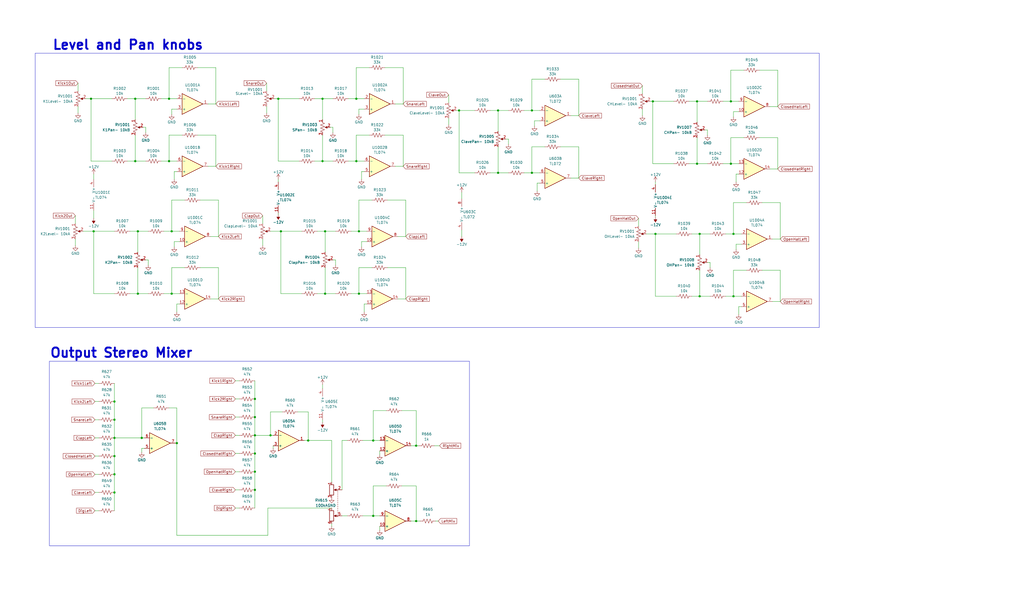
<source format=kicad_sch>
(kicad_sch (version 20230121) (generator eeschema)
  (paper "User" 499.999 299.999)
  (title_block (rev "1"))
  (junction (at 67.31 113.03))
  (junction (at 203.2 254.635))
  (junction (at 67.31 143.51))
  (junction (at 66.04 78.74))
  (junction (at 259.715 53.975))
  (junction (at 45.72 113.03))
  (junction (at 55.88 196.215))
  (junction (at 243.205 84.455))
  (junction (at 124.46 194.945))
  (junction (at 69.215 213.995))
  (junction (at 259.715 84.455))
  (junction (at 124.46 230.505))
  (junction (at 55.88 205.105))
  (junction (at 83.82 113.03))
  (junction (at 173.99 48.26))
  (junction (at 341.63 114.3))
  (junction (at 158.75 143.51))
  (junction (at 157.48 78.74))
  (junction (at 55.88 213.995))
  (junction (at 124.46 239.395))
  (junction (at 175.26 113.03))
  (junction (at 44.45 48.26))
  (junction (at 173.99 78.74))
  (junction (at 82.55 48.26))
  (junction (at 224.155 53.975))
  (junction (at 340.36 80.01))
  (junction (at 124.46 221.615))
  (junction (at 55.88 240.665))
  (junction (at 356.87 80.01))
  (junction (at 158.75 113.03))
  (junction (at 124.46 203.835))
  (junction (at 83.82 143.51))
  (junction (at 82.55 78.74))
  (junction (at 358.14 144.78))
  (junction (at 150.495 215.265))
  (junction (at 157.48 48.26))
  (junction (at 86.36 216.535))
  (junction (at 66.04 48.26))
  (junction (at 341.63 144.78))
  (junction (at 356.87 49.53))
  (junction (at 182.245 252.095))
  (junction (at 358.14 114.3))
  (junction (at 135.89 48.26))
  (junction (at 124.46 212.725))
  (junction (at 318.77 49.53))
  (junction (at 203.2 217.805))
  (junction (at 132.08 212.725))
  (junction (at 175.26 143.51))
  (junction (at 320.04 114.3))
  (junction (at 137.16 113.03))
  (junction (at 55.88 231.775))
  (junction (at 243.205 53.975))
  (junction (at 182.245 215.265))
  (junction (at 55.88 222.885))
  (junction (at 340.36 49.53))
  (wire (pts (xy 188.595 200.66) (xy 182.245 200.66)))
  (wire (pts (xy 85.09 83.82) (xy 86.36 83.82)))
  (wire (pts (xy 198.12 115.57) (xy 194.31 115.57)))
  (wire (pts (xy 83.82 113.03) (xy 87.63 113.03)))
  (wire (pts (xy 379.73 34.29) (xy 379.73 52.07)))
  (wire (pts (xy 124.46 186.055) (xy 124.46 194.945)))
  (wire (pts (xy 173.99 33.02) (xy 180.34 33.02)))
  (wire (pts (xy 135.89 104.14) (xy 135.89 104.775)))
  (wire (pts (xy 130.175 52.07) (xy 130.175 55.245)))
  (wire (pts (xy 69.215 220.98) (xy 69.215 219.075)))
  (wire (pts (xy 173.99 66.04) (xy 180.34 66.04)))
  (wire (pts (xy 336.55 80.01) (xy 340.36 80.01)))
  (wire (pts (xy 176.53 120.65) (xy 176.53 118.11)))
  (wire (pts (xy 320.04 114.3) (xy 320.04 144.78)))
  (wire (pts (xy 63.5 113.03) (xy 67.31 113.03)))
  (wire (pts (xy 189.23 130.81) (xy 198.12 130.81)))
  (wire (pts (xy 346.71 130.81) (xy 346.71 128.27)))
  (wire (pts (xy 372.11 99.06) (xy 381 99.06)))
  (wire (pts (xy 341.63 144.78) (xy 346.71 144.78)))
  (wire (pts (xy 55.88 143.51) (xy 45.72 143.51)))
  (wire (pts (xy 41.91 48.26) (xy 44.45 48.26)))
  (wire (pts (xy 71.12 64.77) (xy 71.12 62.23)))
  (wire (pts (xy 336.55 49.53) (xy 340.36 49.53)))
  (wire (pts (xy 330.2 144.78) (xy 320.04 144.78)))
  (wire (pts (xy 46.355 231.775) (xy 48.26 231.775)))
  (wire (pts (xy 85.09 120.65) (xy 85.09 118.11)))
  (wire (pts (xy 239.395 53.975) (xy 243.205 53.975)))
  (wire (pts (xy 311.785 118.11) (xy 311.785 121.285)))
  (wire (pts (xy 66.04 48.26) (xy 66.04 58.42)))
  (wire (pts (xy 381 99.06) (xy 381 116.84)))
  (wire (pts (xy 46.355 213.995) (xy 48.26 213.995)))
  (wire (pts (xy 345.44 63.5) (xy 344.17 63.5)))
  (wire (pts (xy 130.81 261.62) (xy 86.36 261.62)))
  (wire (pts (xy 189.23 97.79) (xy 198.12 97.79)))
  (wire (pts (xy 96.52 33.02) (xy 105.41 33.02)))
  (wire (pts (xy 153.67 78.74) (xy 157.48 78.74)))
  (wire (pts (xy 282.575 56.515) (xy 278.765 56.515)))
  (wire (pts (xy 72.39 129.54) (xy 72.39 127)))
  (wire (pts (xy 83.82 143.51) (xy 87.63 143.51)))
  (wire (pts (xy 262.255 89.535) (xy 263.525 89.535)))
  (wire (pts (xy 106.68 115.57) (xy 102.87 115.57)))
  (wire (pts (xy 161.925 235.585) (xy 161.925 215.265)))
  (wire (pts (xy 231.775 53.975) (xy 224.155 53.975)))
  (wire (pts (xy 54.61 78.74) (xy 44.45 78.74)))
  (wire (pts (xy 163.83 129.54) (xy 163.83 127)))
  (wire (pts (xy 82.55 48.26) (xy 86.36 48.26)))
  (wire (pts (xy 67.31 113.03) (xy 72.39 113.03)))
  (wire (pts (xy 212.09 217.805) (xy 214.63 217.805)))
  (wire (pts (xy 173.99 78.74) (xy 173.99 66.04)))
  (wire (pts (xy 83.82 130.81) (xy 90.17 130.81)))
  (wire (pts (xy 69.215 213.995) (xy 70.485 213.995)))
  (wire (pts (xy 358.14 99.06) (xy 364.49 99.06)))
  (wire (pts (xy 188.595 237.49) (xy 182.245 237.49)))
  (wire (pts (xy 379.73 52.07) (xy 375.92 52.07)))
  (wire (pts (xy 96.52 66.04) (xy 105.41 66.04)))
  (wire (pts (xy 157.48 205.105) (xy 157.48 206.375)))
  (wire (pts (xy 175.26 53.34) (xy 177.8 53.34)))
  (wire (pts (xy 82.55 66.04) (xy 88.9 66.04)))
  (wire (pts (xy 198.12 97.79) (xy 198.12 115.57)))
  (wire (pts (xy 337.82 144.78) (xy 341.63 144.78)))
  (wire (pts (xy 124.46 212.725) (xy 132.08 212.725)))
  (wire (pts (xy 45.72 113.03) (xy 45.72 143.51)))
  (wire (pts (xy 318.77 49.53) (xy 318.77 80.01)))
  (wire (pts (xy 157.48 187.96) (xy 157.48 189.865)))
  (wire (pts (xy 82.55 199.39) (xy 86.36 199.39)))
  (wire (pts (xy 255.905 84.455) (xy 259.715 84.455)))
  (wire (pts (xy 114.935 194.945) (xy 116.84 194.945)))
  (wire (pts (xy 320.04 114.3) (xy 330.2 114.3)))
  (wire (pts (xy 150.495 215.265) (xy 148.59 215.265)))
  (wire (pts (xy 133.35 217.805) (xy 133.35 219.075)))
  (wire (pts (xy 46.355 196.215) (xy 48.26 196.215)))
  (wire (pts (xy 177.165 252.095) (xy 182.245 252.095)))
  (wire (pts (xy 83.82 113.03) (xy 83.82 97.79)))
  (wire (pts (xy 62.23 78.74) (xy 66.04 78.74)))
  (wire (pts (xy 36.83 105.41) (xy 36.83 109.22)))
  (wire (pts (xy 360.68 153.67) (xy 360.68 149.86)))
  (wire (pts (xy 196.85 81.28) (xy 193.04 81.28)))
  (wire (pts (xy 105.41 50.8) (xy 101.6 50.8)))
  (wire (pts (xy 114.935 248.285) (xy 116.84 248.285)))
  (wire (pts (xy 171.45 143.51) (xy 175.26 143.51)))
  (wire (pts (xy 55.88 231.775) (xy 55.88 240.665)))
  (wire (pts (xy 315.595 114.3) (xy 320.04 114.3)))
  (wire (pts (xy 46.355 249.555) (xy 48.26 249.555)))
  (wire (pts (xy 97.79 97.79) (xy 106.68 97.79)))
  (wire (pts (xy 74.93 199.39) (xy 69.215 199.39)))
  (wire (pts (xy 320.04 88.9) (xy 320.04 90.17)))
  (wire (pts (xy 45.72 85.09) (xy 45.72 87.63)))
  (wire (pts (xy 239.395 84.455) (xy 243.205 84.455)))
  (wire (pts (xy 80.01 143.51) (xy 83.82 143.51)))
  (wire (pts (xy 354.33 144.78) (xy 358.14 144.78)))
  (wire (pts (xy 358.14 54.61) (xy 360.68 54.61)))
  (wire (pts (xy 69.215 199.39) (xy 69.215 213.995)))
  (wire (pts (xy 243.205 53.975) (xy 248.285 53.975)))
  (wire (pts (xy 173.99 78.74) (xy 177.8 78.74)))
  (wire (pts (xy 358.14 144.78) (xy 361.95 144.78)))
  (wire (pts (xy 130.81 248.285) (xy 130.81 261.62)))
  (wire (pts (xy 358.14 114.3) (xy 358.14 99.06)))
  (wire (pts (xy 55.88 187.325) (xy 55.88 196.215)))
  (wire (pts (xy 173.99 48.26) (xy 177.8 48.26)))
  (wire (pts (xy 358.14 57.15) (xy 358.14 54.61)))
  (wire (pts (xy 187.96 33.02) (xy 196.85 33.02)))
  (wire (pts (xy 44.45 48.26) (xy 44.45 78.74)))
  (wire (pts (xy 182.245 237.49) (xy 182.245 252.095)))
  (wire (pts (xy 145.415 201.295) (xy 150.495 201.295)))
  (wire (pts (xy 243.205 84.455) (xy 248.285 84.455)))
  (wire (pts (xy 63.5 143.51) (xy 67.31 143.51)))
  (wire (pts (xy 36.83 116.84) (xy 36.83 120.015)))
  (wire (pts (xy 175.26 55.88) (xy 175.26 53.34)))
  (wire (pts (xy 158.75 113.03) (xy 163.83 113.03)))
  (wire (pts (xy 147.32 143.51) (xy 137.16 143.51)))
  (wire (pts (xy 262.255 93.345) (xy 262.255 89.535)))
  (wire (pts (xy 44.45 48.26) (xy 54.61 48.26)))
  (wire (pts (xy 86.36 152.4) (xy 86.36 148.59)))
  (wire (pts (xy 248.285 67.945) (xy 247.015 67.945)))
  (wire (pts (xy 381 147.32) (xy 377.19 147.32)))
  (wire (pts (xy 177.165 215.265) (xy 182.245 215.265)))
  (wire (pts (xy 353.06 49.53) (xy 356.87 49.53)))
  (wire (pts (xy 356.87 49.53) (xy 356.87 34.29)))
  (wire (pts (xy 341.63 132.08) (xy 341.63 144.78)))
  (wire (pts (xy 67.31 113.03) (xy 67.31 123.19)))
  (wire (pts (xy 317.5 49.53) (xy 318.77 49.53)))
  (wire (pts (xy 259.715 84.455) (xy 259.715 71.755)))
  (wire (pts (xy 359.41 119.38) (xy 361.95 119.38)))
  (wire (pts (xy 83.82 55.88) (xy 83.82 53.34)))
  (wire (pts (xy 185.42 257.175) (xy 185.42 259.08)))
  (wire (pts (xy 154.94 113.03) (xy 158.75 113.03)))
  (wire (pts (xy 132.08 212.725) (xy 133.35 212.725)))
  (wire (pts (xy 82.55 78.74) (xy 86.36 78.74)))
  (wire (pts (xy 55.88 196.215) (xy 55.88 205.105)))
  (wire (pts (xy 124.46 194.945) (xy 124.46 203.835)))
  (wire (pts (xy 341.63 114.3) (xy 346.71 114.3)))
  (wire (pts (xy 379.73 67.31) (xy 379.73 82.55)))
  (wire (pts (xy 196.85 33.02) (xy 196.85 50.8)))
  (wire (pts (xy 114.935 203.835) (xy 116.84 203.835)))
  (wire (pts (xy 157.48 78.74) (xy 162.56 78.74)))
  (wire (pts (xy 86.36 216.535) (xy 86.36 261.62)))
  (wire (pts (xy 82.55 48.26) (xy 82.55 33.02)))
  (wire (pts (xy 83.82 143.51) (xy 83.82 130.81)))
  (wire (pts (xy 167.005 239.395) (xy 167.005 215.265)))
  (wire (pts (xy 45.72 102.87) (xy 45.72 106.68)))
  (wire (pts (xy 370.84 34.29) (xy 379.73 34.29)))
  (wire (pts (xy 318.77 49.53) (xy 328.93 49.53)))
  (wire (pts (xy 358.14 144.78) (xy 358.14 132.08)))
  (wire (pts (xy 55.88 240.665) (xy 55.88 249.555)))
  (wire (pts (xy 225.425 112.395) (xy 225.425 115.57)))
  (wire (pts (xy 231.775 84.455) (xy 224.155 84.455)))
  (wire (pts (xy 222.885 53.975) (xy 224.155 53.975)))
  (wire (pts (xy 55.88 205.105) (xy 55.88 213.995)))
  (wire (pts (xy 273.685 38.735) (xy 282.575 38.735)))
  (wire (pts (xy 133.985 48.26) (xy 135.89 48.26)))
  (wire (pts (xy 86.36 216.535) (xy 85.725 216.535)))
  (wire (pts (xy 176.53 83.82) (xy 177.8 83.82)))
  (wire (pts (xy 243.205 53.975) (xy 243.205 64.135)))
  (wire (pts (xy 313.69 41.91) (xy 313.69 45.72)))
  (wire (pts (xy 354.33 114.3) (xy 358.14 114.3)))
  (wire (pts (xy 260.985 61.595) (xy 260.985 59.055)))
  (wire (pts (xy 311.785 106.68) (xy 311.785 110.49)))
  (wire (pts (xy 177.8 152.4) (xy 177.8 148.59)))
  (wire (pts (xy 82.55 78.74) (xy 82.55 66.04)))
  (wire (pts (xy 124.46 230.505) (xy 124.46 239.395)))
  (wire (pts (xy 320.04 105.41) (xy 320.04 106.045)))
  (wire (pts (xy 273.685 71.755) (xy 282.575 71.755)))
  (wire (pts (xy 353.06 80.01) (xy 356.87 80.01)))
  (wire (pts (xy 162.56 62.23) (xy 161.29 62.23)))
  (wire (pts (xy 370.84 67.31) (xy 379.73 67.31)))
  (wire (pts (xy 340.36 49.53) (xy 340.36 59.69)))
  (wire (pts (xy 114.935 212.725) (xy 116.84 212.725)))
  (wire (pts (xy 157.48 48.26) (xy 162.56 48.26)))
  (wire (pts (xy 182.245 252.095) (xy 185.42 252.095)))
  (wire (pts (xy 255.905 53.975) (xy 259.715 53.975)))
  (wire (pts (xy 259.715 53.975) (xy 259.715 38.735)))
  (wire (pts (xy 161.925 248.285) (xy 130.81 248.285)))
  (wire (pts (xy 86.36 199.39) (xy 86.36 216.535)))
  (wire (pts (xy 114.935 230.505) (xy 116.84 230.505)))
  (wire (pts (xy 38.1 40.64) (xy 38.1 44.45)))
  (wire (pts (xy 259.715 53.975) (xy 263.525 53.975)))
  (wire (pts (xy 185.42 220.345) (xy 185.42 222.25)))
  (wire (pts (xy 46.355 240.665) (xy 48.26 240.665)))
  (wire (pts (xy 135.89 87.63) (xy 135.89 88.9)))
  (wire (pts (xy 359.41 121.92) (xy 359.41 119.38)))
  (wire (pts (xy 69.215 219.075) (xy 70.485 219.075)))
  (wire (pts (xy 203.2 254.635) (xy 200.66 254.635)))
  (wire (pts (xy 71.12 62.23) (xy 69.85 62.23)))
  (wire (pts (xy 153.67 48.26) (xy 157.48 48.26)))
  (wire (pts (xy 146.05 78.74) (xy 135.89 78.74)))
  (wire (pts (xy 175.26 113.03) (xy 175.26 97.79)))
  (wire (pts (xy 132.08 113.03) (xy 137.16 113.03)))
  (wire (pts (xy 248.285 70.485) (xy 248.285 67.945)))
  (wire (pts (xy 282.575 71.755) (xy 282.575 86.995)))
  (wire (pts (xy 196.215 237.49) (xy 203.2 237.49)))
  (wire (pts (xy 282.575 38.735) (xy 282.575 56.515)))
  (wire (pts (xy 154.94 143.51) (xy 158.75 143.51)))
  (wire (pts (xy 360.68 149.86) (xy 361.95 149.86)))
  (wire (pts (xy 124.46 239.395) (xy 124.46 248.285)))
  (wire (pts (xy 67.31 130.81) (xy 67.31 143.51)))
  (wire (pts (xy 219.075 46.355) (xy 219.075 50.165)))
  (wire (pts (xy 167.005 215.265) (xy 169.545 215.265)))
  (wire (pts (xy 157.48 66.04) (xy 157.48 78.74)))
  (wire (pts (xy 78.74 48.26) (xy 82.55 48.26)))
  (wire (pts (xy 337.82 114.3) (xy 341.63 114.3)))
  (wire (pts (xy 175.26 130.81) (xy 181.61 130.81)))
  (wire (pts (xy 105.41 33.02) (xy 105.41 50.8)))
  (wire (pts (xy 105.41 81.28) (xy 101.6 81.28)))
  (wire (pts (xy 82.55 33.02) (xy 88.9 33.02)))
  (wire (pts (xy 114.935 221.615) (xy 116.84 221.615)))
  (wire (pts (xy 356.87 34.29) (xy 363.22 34.29)))
  (wire (pts (xy 128.27 105.41) (xy 128.27 109.22)))
  (wire (pts (xy 114.935 186.055) (xy 116.84 186.055)))
  (wire (pts (xy 356.87 80.01) (xy 356.87 67.31)))
  (wire (pts (xy 161.925 255.905) (xy 161.925 257.175)))
  (wire (pts (xy 161.925 215.265) (xy 150.495 215.265)))
  (wire (pts (xy 72.39 127) (xy 71.12 127)))
  (wire (pts (xy 381 132.08) (xy 381 147.32)))
  (wire (pts (xy 106.68 146.05) (xy 102.87 146.05)))
  (wire (pts (xy 105.41 66.04) (xy 105.41 81.28)))
  (wire (pts (xy 162.56 64.77) (xy 162.56 62.23)))
  (wire (pts (xy 46.355 187.325) (xy 48.26 187.325)))
  (wire (pts (xy 225.425 93.98) (xy 225.425 97.155)))
  (wire (pts (xy 224.155 53.975) (xy 224.155 84.455)))
  (wire (pts (xy 40.64 113.03) (xy 45.72 113.03)))
  (wire (pts (xy 340.36 49.53) (xy 345.44 49.53)))
  (wire (pts (xy 62.23 48.26) (xy 66.04 48.26)))
  (wire (pts (xy 173.99 48.26) (xy 173.99 33.02)))
  (wire (pts (xy 38.1 52.07) (xy 38.1 55.245)))
  (wire (pts (xy 176.53 87.63) (xy 176.53 83.82)))
  (wire (pts (xy 55.88 213.995) (xy 55.88 222.885)))
  (wire (pts (xy 150.495 201.295) (xy 150.495 215.265)))
  (wire (pts (xy 66.04 48.26) (xy 71.12 48.26)))
  (wire (pts (xy 130.175 40.64) (xy 130.175 44.45)))
  (wire (pts (xy 219.075 57.785) (xy 219.075 60.96)))
  (wire (pts (xy 85.09 87.63) (xy 85.09 83.82)))
  (wire (pts (xy 175.26 143.51) (xy 179.07 143.51)))
  (wire (pts (xy 198.12 146.05) (xy 194.31 146.05)))
  (wire (pts (xy 158.75 143.51) (xy 163.83 143.51)))
  (wire (pts (xy 196.215 200.66) (xy 203.2 200.66)))
  (wire (pts (xy 106.68 97.79) (xy 106.68 115.57)))
  (wire (pts (xy 86.36 148.59) (xy 87.63 148.59)))
  (wire (pts (xy 203.2 237.49) (xy 203.2 254.635)))
  (wire (pts (xy 171.45 113.03) (xy 175.26 113.03)))
  (wire (pts (xy 359.41 88.9) (xy 359.41 85.09)))
  (wire (pts (xy 124.46 212.725) (xy 124.46 221.615)))
  (wire (pts (xy 187.96 66.04) (xy 196.85 66.04)))
  (wire (pts (xy 114.935 239.395) (xy 116.84 239.395)))
  (wire (pts (xy 176.53 118.11) (xy 179.07 118.11)))
  (wire (pts (xy 196.85 50.8) (xy 193.04 50.8)))
  (wire (pts (xy 177.8 148.59) (xy 179.07 148.59)))
  (wire (pts (xy 345.44 66.04) (xy 345.44 63.5)))
  (wire (pts (xy 341.63 114.3) (xy 341.63 124.46)))
  (wire (pts (xy 158.75 130.81) (xy 158.75 143.51)))
  (wire (pts (xy 356.87 67.31) (xy 363.22 67.31)))
  (wire (pts (xy 346.71 128.27) (xy 345.44 128.27)))
  (wire (pts (xy 259.715 71.755) (xy 266.065 71.755)))
  (wire (pts (xy 196.85 66.04) (xy 196.85 81.28)))
  (wire (pts (xy 259.715 84.455) (xy 263.525 84.455)))
  (wire (pts (xy 170.18 48.26) (xy 173.99 48.26)))
  (wire (pts (xy 203.2 217.805) (xy 200.66 217.805)))
  (wire (pts (xy 163.83 127) (xy 162.56 127)))
  (wire (pts (xy 158.75 113.03) (xy 158.75 123.19)))
  (wire (pts (xy 85.09 118.11) (xy 87.63 118.11)))
  (wire (pts (xy 328.93 80.01) (xy 318.77 80.01)))
  (wire (pts (xy 381 116.84) (xy 377.19 116.84)))
  (wire (pts (xy 182.245 215.265) (xy 185.42 215.265)))
  (wire (pts (xy 46.355 222.885) (xy 48.26 222.885)))
  (wire (pts (xy 67.31 143.51) (xy 72.39 143.51)))
  (wire (pts (xy 356.87 80.01) (xy 360.68 80.01)))
  (wire (pts (xy 97.79 130.81) (xy 106.68 130.81)))
  (wire (pts (xy 157.48 48.26) (xy 157.48 58.42)))
  (wire (pts (xy 212.725 254.635) (xy 213.995 254.635)))
  (wire (pts (xy 46.355 205.105) (xy 48.26 205.105)))
  (wire (pts (xy 135.89 48.26) (xy 146.05 48.26)))
  (wire (pts (xy 358.14 132.08) (xy 364.49 132.08)))
  (wire (pts (xy 167.005 252.095) (xy 169.545 252.095)))
  (wire (pts (xy 83.82 53.34) (xy 86.36 53.34)))
  (wire (pts (xy 175.26 97.79) (xy 181.61 97.79)))
  (wire (pts (xy 83.82 97.79) (xy 90.17 97.79)))
  (wire (pts (xy 260.985 59.055) (xy 263.525 59.055)))
  (wire (pts (xy 80.01 113.03) (xy 83.82 113.03)))
  (wire (pts (xy 203.2 200.66) (xy 203.2 217.805)))
  (wire (pts (xy 372.11 132.08) (xy 381 132.08)))
  (wire (pts (xy 243.205 71.755) (xy 243.205 84.455)))
  (wire (pts (xy 128.27 116.84) (xy 128.27 120.015)))
  (wire (pts (xy 170.18 78.74) (xy 173.99 78.74)))
  (wire (pts (xy 182.245 200.66) (xy 182.245 215.265)))
  (wire (pts (xy 282.575 86.995) (xy 278.765 86.995)))
  (wire (pts (xy 313.69 53.34) (xy 313.69 56.515)))
  (wire (pts (xy 124.46 203.835) (xy 124.46 212.725)))
  (wire (pts (xy 78.74 78.74) (xy 82.55 78.74)))
  (wire (pts (xy 203.2 254.635) (xy 205.105 254.635)))
  (wire (pts (xy 137.16 113.03) (xy 147.32 113.03)))
  (wire (pts (xy 137.795 201.295) (xy 132.08 201.295)))
  (wire (pts (xy 135.89 48.26) (xy 135.89 78.74)))
  (wire (pts (xy 137.16 113.03) (xy 137.16 143.51)))
  (wire (pts (xy 124.46 221.615) (xy 124.46 230.505)))
  (wire (pts (xy 340.36 80.01) (xy 345.44 80.01)))
  (wire (pts (xy 45.72 113.03) (xy 55.88 113.03)))
  (wire (pts (xy 259.715 38.735) (xy 266.065 38.735)))
  (wire (pts (xy 359.41 85.09) (xy 360.68 85.09)))
  (wire (pts (xy 198.12 130.81) (xy 198.12 146.05)))
  (wire (pts (xy 379.73 82.55) (xy 375.92 82.55)))
  (wire (pts (xy 203.2 217.805) (xy 204.47 217.805)))
  (wire (pts (xy 132.08 201.295) (xy 132.08 212.725)))
  (wire (pts (xy 340.36 67.31) (xy 340.36 80.01)))
  (wire (pts (xy 175.26 113.03) (xy 179.07 113.03)))
  (wire (pts (xy 106.68 130.81) (xy 106.68 146.05)))
  (wire (pts (xy 66.04 78.74) (xy 71.12 78.74)))
  (wire (pts (xy 175.26 143.51) (xy 175.26 130.81)))
  (wire (pts (xy 55.88 222.885) (xy 55.88 231.775)))
  (wire (pts (xy 358.14 114.3) (xy 361.95 114.3)))
  (wire (pts (xy 55.88 213.995) (xy 69.215 213.995)))
  (wire (pts (xy 66.04 66.04) (xy 66.04 78.74)))
  (wire (pts (xy 356.87 49.53) (xy 360.68 49.53)))
  (rectangle (start 24.13 176.53) (end 229.235 266.7))
  (rectangle (start 17.145 26.035) (end 400.05 160.02))
  (text "Output Stereo Mixer" (at 24.13 175.26 0) (effects (font (size 4.572 4.572) (thickness 0.9144) bold) (justify left bottom)))
  (text "Level and Pan knobs" (at 25.4 24.765 0) (effects (font (size 4.572 4.572) (thickness 0.9144) bold) (justify left bottom)))
  (global_label "SnareRight" (shape input) (at 196.85 81.28 0) (property "Intersheetrefs" "${INTERSHEET_REFS}" (effects hide)))
  (global_label "ClosedHatLeft" (shape input) (at 379.73 52.07 0) (property "Intersheetrefs" "${INTERSHEET_REFS}" (effects hide)))
  (global_label "Kick2Right" (shape input) (at 106.68 146.05 0) (property "Intersheetrefs" "${INTERSHEET_REFS}" (effects hide)))
  (global_label "DigRight" (shape input) (at 114.935 248.285 180) (property "Intersheetrefs" "${INTERSHEET_REFS}" (effects hide)))
  (global_label "Kick2Out" (shape input) (at 36.83 105.41 180) (property "Intersheetrefs" "${INTERSHEET_REFS}" (effects hide)))
  (global_label "ClosedHatOut" (shape input) (at 313.69 41.91 180) (property "Intersheetrefs" "${INTERSHEET_REFS}" (effects hide)))
  (global_label "ClapLeft" (shape input) (at 46.355 213.995 180) (property "Intersheetrefs" "${INTERSHEET_REFS}" (effects hide)))
  (global_label "ClapOut" (shape input) (at 128.27 105.41 180) (property "Intersheetrefs" "${INTERSHEET_REFS}" (effects hide)))
  (global_label "SnareLeft" (shape input) (at 196.85 50.8 0) (property "Intersheetrefs" "${INTERSHEET_REFS}" (effects hide)))
  (global_label "OpenHatRight" (shape input) (at 381 147.32 0) (property "Intersheetrefs" "${INTERSHEET_REFS}" (effects hide)))
  (global_label "Kick1Right" (shape input) (at 114.935 186.055 180) (property "Intersheetrefs" "${INTERSHEET_REFS}" (effects hide)))
  (global_label "SnareOut" (shape input) (at 130.175 40.64 180) (property "Intersheetrefs" "${INTERSHEET_REFS}" (effects hide)))
  (global_label "OpenHatOut" (shape input) (at 311.785 106.68 180) (property "Intersheetrefs" "${INTERSHEET_REFS}" (effects hide)))
  (global_label "RightMix" (shape input) (at 214.63 217.805 0) (property "Intersheetrefs" "${INTERSHEET_REFS}" (effects hide)))
  (global_label "ClaveRight" (shape input) (at 282.575 86.995 0) (property "Intersheetrefs" "${INTERSHEET_REFS}" (effects hide)))
  (global_label "OpenHatLeft" (shape input) (at 381 116.84 0) (property "Intersheetrefs" "${INTERSHEET_REFS}" (effects hide)))
  (global_label "ClaveLeft" (shape input) (at 46.355 240.665 180) (property "Intersheetrefs" "${INTERSHEET_REFS}" (effects hide)))
  (global_label "Kick2Left" (shape input) (at 106.68 115.57 0) (property "Intersheetrefs" "${INTERSHEET_REFS}" (effects hide)))
  (global_label "Kick1Right" (shape input) (at 105.41 81.28 0) (property "Intersheetrefs" "${INTERSHEET_REFS}" (effects hide)))
  (global_label "ClapRight" (shape input) (at 114.935 212.725 180) (property "Intersheetrefs" "${INTERSHEET_REFS}" (effects hide)))
  (global_label "ClaveLeft" (shape input) (at 282.575 56.515 0) (property "Intersheetrefs" "${INTERSHEET_REFS}" (effects hide)))
  (global_label "ClosedHatRight" (shape input) (at 114.935 221.615 180) (property "Intersheetrefs" "${INTERSHEET_REFS}" (effects hide)))
  (global_label "Kick2Right" (shape input) (at 114.935 194.945 180) (property "Intersheetrefs" "${INTERSHEET_REFS}" (effects hide)))
  (global_label "ClaveOut" (shape input) (at 219.075 46.355 180) (property "Intersheetrefs" "${INTERSHEET_REFS}" (effects hide)))
  (global_label "SnareRight" (shape input) (at 114.935 203.835 180) (property "Intersheetrefs" "${INTERSHEET_REFS}" (effects hide)))
  (global_label "Kick2Left" (shape input) (at 46.355 196.215 180) (property "Intersheetrefs" "${INTERSHEET_REFS}" (effects hide)))
  (global_label "Kick1Out" (shape input) (at 38.1 40.64 180) (property "Intersheetrefs" "${INTERSHEET_REFS}" (effects hide)))
  (global_label "SnareLeft" (shape input) (at 46.355 205.105 180) (property "Intersheetrefs" "${INTERSHEET_REFS}" (effects hide)))
  (global_label "Kick1Left" (shape input) (at 105.41 50.8 0) (property "Intersheetrefs" "${INTERSHEET_REFS}" (effects hide)))
  (global_label "OpenHatRight" (shape input) (at 114.935 230.505 180) (property "Intersheetrefs" "${INTERSHEET_REFS}" (effects hide)))
  (global_label "ClosedHatLeft" (shape input) (at 46.355 222.885 180) (property "Intersheetrefs" "${INTERSHEET_REFS}" (effects hide)))
  (global_label "ClapRight" (shape input) (at 198.12 146.05 0) (property "Intersheetrefs" "${INTERSHEET_REFS}" (effects hide)))
  (global_label "ClapLeft" (shape input) (at 198.12 115.57 0) (property "Intersheetrefs" "${INTERSHEET_REFS}" (effects hide)))
  (global_label "Kick1Left" (shape input) (at 46.355 187.325 180) (property "Intersheetrefs" "${INTERSHEET_REFS}" (effects hide)))
  (global_label "OpenHatLeft" (shape input) (at 46.355 231.775 180) (property "Intersheetrefs" "${INTERSHEET_REFS}" (effects hide)))
  (global_label "ClaveRight" (shape input) (at 114.935 239.395 180) (property "Intersheetrefs" "${INTERSHEET_REFS}" (effects hide)))
  (global_label "DigLeft" (shape input) (at 46.355 249.555 180) (property "Intersheetrefs" "${INTERSHEET_REFS}" (effects hide)))
  (global_label "ClosedHatRight" (shape input) (at 379.73 82.55 0) (property "Intersheetrefs" "${INTERSHEET_REFS}" (effects hide)))
  (global_label "LeftMix" (shape input) (at 213.995 254.635 0) (property "Intersheetrefs" "${INTERSHEET_REFS}" (effects hide)))
  (symbol (lib_id "Amplifier_Operational:TL074") (at 93.98 50.8 0) (mirror x) (unit 1)
    (property "Reference" "U1001" (at 93.98 41.5757 0))
    (property "Value" "TL074" (at 93.98 43.9999 0))
    (property "Footprint" "PCM_Package_SO_AKL:SOIC-14_3.9x8.7mm_P1.27mm" (effects hide))
    (property "Datasheet" "http://www.ti.com/lit/ds/symlink/tl071.pdf" (effects hide))
    (instances (project "Mixer" (path "" (reference "U1001") (unit 1))) (project "ESP808_mk3_rev2" (path "" (reference "U601") (unit 1))) (project "ESP808" (path "" (reference "U1001") (unit 1))))
  )
  (symbol (lib_id "Device:R_US") (at 192.405 237.49 90) (unit 1)
    (property "Reference" "R664" (at 192.405 231.775 90))
    (property "Value" "47k" (at 192.405 234.315 90))
    (property "Footprint" "PCM_Resistor_SMD_AKL:R_0805_2012Metric" (effects hide))
  )
  (symbol (lib_id "Device:R_US") (at 120.65 194.945 90) (unit 1)
    (property "Reference" "R653" (at 120.65 189.23 90))
    (property "Value" "47k" (at 120.65 191.77 90))
    (property "Footprint" "PCM_Resistor_SMD_AKL:R_0805_2012Metric" (effects hide))
  )
  (symbol (lib_id "Device:R_US") (at 235.585 84.455 90) (unit 1)
    (property "Reference" "R1026" (at 235.585 79.4217 90))
    (property "Value" "10k" (at 235.585 81.8459 90))
    (property "Footprint" "PCM_Resistor_SMD_AKL:R_0805_2012Metric" (effects hide))
    (instances (project "Mixer" (path "" (reference "R1026") (unit 1))) (project "ESP808_mk3_rev2" (path "" (reference "R626") (unit 1))) (project "ESP808" (path "" (reference "R1026") (unit 1))))
  )
  (symbol (lib_id "Device:R_US") (at 334.01 114.3 90) (unit 1)
    (property "Reference" "R1039" (at 334.01 109.2667 90))
    (property "Value" "10k" (at 334.01 111.6909 90))
    (property "Footprint" "PCM_Resistor_SMD_AKL:R_0805_2012Metric" (effects hide))
    (instances (project "Mixer" (path "" (reference "R1039") (unit 1))) (project "ESP808_mk3_rev2" (path "" (reference "R639") (unit 1))) (project "ESP808" (path "" (reference "R1039") (unit 1))))
  )
  (symbol (lib_id "Device:R_US") (at 332.74 49.53 90) (unit 1)
    (property "Reference" "R1037" (at 332.74 44.4967 90))
    (property "Value" "10k" (at 332.74 46.9209 90))
    (property "Footprint" "PCM_Resistor_SMD_AKL:R_0805_2012Metric" (effects hide))
    (instances (project "Mixer" (path "" (reference "R1037") (unit 1))) (project "ESP808_mk3_rev2" (path "" (reference "R637") (unit 1))) (project "ESP808" (path "" (reference "R1037") (unit 1))))
  )
  (symbol (lib_id "Amplifier_Operational:TL074") (at 186.69 146.05 0) (mirror x) (unit 4)
    (property "Reference" "U1004" (at 186.69 136.8257 0))
    (property "Value" "TL074" (at 186.69 139.2499 0))
    (property "Footprint" "PCM_Package_SO_AKL:SOIC-14_3.9x8.7mm_P1.27mm" (effects hide))
    (property "Datasheet" "http://www.ti.com/lit/ds/symlink/tl071.pdf" (effects hide))
    (instances (project "Mixer" (path "" (reference "U1004") (unit 4))) (project "ESP808_mk3_rev2" (path "" (reference "U604") (unit 4))) (project "ESP808" (path "" (reference "U1004") (unit 4))))
  )
  (symbol (lib_id "Device:R_US") (at 52.07 187.325 90) (unit 1)
    (property "Reference" "R627" (at 52.07 181.61 90))
    (property "Value" "47k" (at 52.07 184.15 90))
    (property "Footprint" "PCM_Resistor_SMD_AKL:R_0805_2012Metric" (effects hide))
  )
  (symbol (lib_id "power:GND") (at 358.14 57.15 0) (unit 1)
    (property "Reference" "#PWR0195" (effects hide))
    (property "Value" "GND" (at 358.14 60.96 0))
  )
  (symbol (lib_id "Amplifier_Operational:TL074") (at 369.57 147.32 0) (mirror x) (unit 2)
    (property "Reference" "U1004" (at 369.57 138.0957 0))
    (property "Value" "TL074" (at 369.57 140.5199 0))
    (property "Footprint" "PCM_Package_SO_AKL:SOIC-14_3.9x8.7mm_P1.27mm" (effects hide))
    (property "Datasheet" "http://www.ti.com/lit/ds/symlink/tl071.pdf" (effects hide))
    (instances (project "Mixer" (path "" (reference "U1004") (unit 2))) (project "ESP808_mk3_rev2" (path "" (reference "U604") (unit 2))) (project "ESP808" (path "" (reference "U1004") (unit 2))))
  )
  (symbol (lib_id "power:GND") (at 185.42 222.25 0) (unit 1)
    (property "Reference" "#PWR0208" (effects hide))
    (property "Value" "GND" (at 185.42 226.06 0))
  )
  (symbol (lib_id "Amplifier_Operational:TL072") (at 222.885 104.775 0) (mirror y) (unit 3)
    (property "Reference" "U603" (at 226.06 103.505 0) (effects (justify right)))
    (property "Value" "TL072" (at 226.06 106.045 0) (effects (justify right)))
    (property "Footprint" "Package_SO:SOIC-8_3.9x4.9mm_P1.27mm" (effects hide))
    (property "Datasheet" "http://www.ti.com/lit/ds/symlink/tl071.pdf" (effects hide))
  )
  (symbol (lib_id "Device:R_Potentiometer_US") (at 130.175 48.26 0) (unit 1)
    (property "Reference" "RV1001" (at 128.27 43.815 0) (effects (justify right)))
    (property "Value" "SLevel- 10kA" (at 128.27 45.72 0) (effects (justify right)))
    (property "Footprint" "PCM_Potentiometer_THT_AKL:Potentiometer_Alpha_RD901F-40-00D_Single_Vertical" (effects hide))
    (instances (project "Mixer" (path "" (reference "RV1001") (unit 1))) (project "ESP808_mk3_rev2" (path "" (reference "RV611") (unit 1))) (project "ESP808" (path "" (reference "RV1001") (unit 1))))
  )
  (symbol (lib_id "power:GND") (at 161.925 243.205 0) (unit 1)
    (property "Reference" "#PWR0206" (effects hide))
    (property "Value" "GND" (at 161.925 247.015 0))
  )
  (symbol (lib_id "power:GND") (at 176.53 87.63 0) (unit 1)
    (property "Reference" "#PWR0166" (effects hide))
    (property "Value" "GND" (at 176.53 91.44 0))
  )
  (symbol (lib_id "Device:R_Potentiometer_US") (at 66.04 62.23 0) (unit 1)
    (property "Reference" "RV1001" (at 63.5 60.96 0) (effects (justify right)))
    (property "Value" "K1Pan- 10kB" (at 63.5 63.5 0) (effects (justify right)))
    (property "Footprint" "PCM_Potentiometer_THT_AKL:Potentiometer_Alpha_RD901F-40-00D_Single_Vertical" (effects hide))
    (instances (project "Mixer" (path "" (reference "RV1001") (unit 1))) (project "ESP808_mk3_rev2" (path "" (reference "RV601") (unit 1))) (project "ESP808" (path "" (reference "RV1001") (unit 1))))
  )
  (symbol (lib_id "Device:R_US") (at 208.28 217.805 90) (unit 1)
    (property "Reference" "R666" (at 208.28 212.09 90))
    (property "Value" "1k" (at 208.28 214.63 90))
    (property "Footprint" "PCM_Resistor_SMD_AKL:R_0805_2012Metric" (effects hide))
  )
  (symbol (lib_id "power:GND") (at 313.69 56.515 0) (unit 1)
    (property "Reference" "#PWR0194" (effects hide))
    (property "Value" "GND" (at 313.69 60.325 0))
  )
  (symbol (lib_id "Device:R_US") (at 368.3 99.06 90) (unit 1)
    (property "Reference" "R1047" (at 368.3 94.0267 90))
    (property "Value" "33k" (at 368.3 96.4509 90))
    (property "Footprint" "PCM_Resistor_SMD_AKL:R_0805_2012Metric" (effects hide))
    (instances (project "Mixer" (path "" (reference "R1047") (unit 1))) (project "ESP808_mk3_rev2" (path "" (reference "R647") (unit 1))) (project "ESP808" (path "" (reference "R1047") (unit 1))))
  )
  (symbol (lib_id "Device:R_US") (at 167.64 113.03 90) (unit 1)
    (property "Reference" "R1019" (at 167.64 107.9967 90))
    (property "Value" "10k" (at 167.64 110.4209 90))
    (property "Footprint" "PCM_Resistor_SMD_AKL:R_0805_2012Metric" (effects hide))
    (instances (project "Mixer" (path "" (reference "R1019") (unit 1))) (project "ESP808_mk3_rev2" (path "" (reference "R619") (unit 1))) (project "ESP808" (path "" (reference "R1019") (unit 1))))
  )
  (symbol (lib_id "Device:R_US") (at 269.875 71.755 90) (unit 1)
    (property "Reference" "R1034" (at 269.875 66.7217 90))
    (property "Value" "33k" (at 269.875 69.1459 90))
    (property "Footprint" "PCM_Resistor_SMD_AKL:R_0805_2012Metric" (effects hide))
    (instances (project "Mixer" (path "" (reference "R1034") (unit 1))) (project "ESP808_mk3_rev2" (path "" (reference "R634") (unit 1))) (project "ESP808" (path "" (reference "R1034") (unit 1))))
  )
  (symbol (lib_id "Device:R_US") (at 184.15 66.04 90) (unit 1)
    (property "Reference" "R1022" (at 184.15 61.0067 90))
    (property "Value" "33k" (at 184.15 63.4309 90))
    (property "Footprint" "PCM_Resistor_SMD_AKL:R_0805_2012Metric" (effects hide))
    (instances (project "Mixer" (path "" (reference "R1022") (unit 1))) (project "ESP808_mk3_rev2" (path "" (reference "R622") (unit 1))) (project "ESP808" (path "" (reference "R1022") (unit 1))))
  )
  (symbol (lib_id "power:GND") (at 163.83 129.54 0) (unit 1)
    (property "Reference" "#PWR0176" (effects hide))
    (property "Value" "GND" (at 163.83 133.35 0))
  )
  (symbol (lib_id "power:-12V") (at 225.425 115.57 180) (unit 1)
    (property "Reference" "#PWR0177" (effects hide))
    (property "Value" "-12V" (at 225.425 119.38 0))
  )
  (symbol (lib_id "power:GND") (at 360.68 153.67 0) (unit 1)
    (property "Reference" "#PWR0178" (effects hide))
    (property "Value" "GND" (at 360.68 157.48 0))
  )
  (symbol (lib_id "Device:R_US") (at 252.095 53.975 90) (unit 1)
    (property "Reference" "R1029" (at 252.095 48.9417 90))
    (property "Value" "10k" (at 252.095 51.3659 90))
    (property "Footprint" "PCM_Resistor_SMD_AKL:R_0805_2012Metric" (effects hide))
    (instances (project "Mixer" (path "" (reference "R1029") (unit 1))) (project "ESP808_mk3_rev2" (path "" (reference "R629") (unit 1))) (project "ESP808" (path "" (reference "R1029") (unit 1))))
  )
  (symbol (lib_id "Device:R_Potentiometer_US") (at 340.36 63.5 0) (unit 1)
    (property "Reference" "RV1007" (at 337.82 62.23 0) (effects (justify right)))
    (property "Value" "CHPan- 10kB" (at 337.82 64.77 0) (effects (justify right)))
    (property "Footprint" "PCM_Potentiometer_THT_AKL:Potentiometer_Alpha_RD901F-40-00D_Single_Vertical" (effects hide))
    (instances (project "Mixer" (path "" (reference "RV1007") (unit 1))) (project "ESP808_mk3_rev2" (path "" (reference "RV607") (unit 1))) (project "ESP808" (path "" (reference "RV1007") (unit 1))))
  )
  (symbol (lib_id "power:-12V") (at 157.48 206.375 180) (unit 1)
    (property "Reference" "#PWR0205" (effects hide))
    (property "Value" "-12V" (at 157.48 210.185 0))
  )
  (symbol (lib_id "Device:R_US") (at 167.64 143.51 90) (unit 1)
    (property "Reference" "R1020" (at 167.64 138.4767 90))
    (property "Value" "10k" (at 167.64 140.9009 90))
    (property "Footprint" "PCM_Resistor_SMD_AKL:R_0805_2012Metric" (effects hide))
    (instances (project "Mixer" (path "" (reference "R1020") (unit 1))) (project "ESP808_mk3_rev2" (path "" (reference "R620") (unit 1))) (project "ESP808" (path "" (reference "R1020") (unit 1))))
  )
  (symbol (lib_id "Device:R_US") (at 52.07 213.995 90) (unit 1)
    (property "Reference" "R632" (at 52.07 208.28 90))
    (property "Value" "47k" (at 52.07 210.82 90))
    (property "Footprint" "PCM_Resistor_SMD_AKL:R_0805_2012Metric" (effects hide))
  )
  (symbol (lib_id "Device:R_US") (at 120.65 221.615 90) (unit 1)
    (property "Reference" "R656" (at 120.65 215.9 90))
    (property "Value" "47k" (at 120.65 218.44 90))
    (property "Footprint" "PCM_Resistor_SMD_AKL:R_0805_2012Metric" (effects hide))
  )
  (symbol (lib_id "Device:R_US") (at 52.07 240.665 90) (unit 1)
    (property "Reference" "R649" (at 52.07 234.95 90))
    (property "Value" "47k" (at 52.07 237.49 90))
    (property "Footprint" "PCM_Resistor_SMD_AKL:R_0805_2012Metric" (effects hide))
  )
  (symbol (lib_id "Device:R_Potentiometer_US") (at 219.075 53.975 0) (unit 1)
    (property "Reference" "RV1001" (at 217.17 52.705 0) (effects (justify right)))
    (property "Value" "ClaveLevel- 10kA" (at 217.17 55.245 0) (effects (justify right)))
    (property "Footprint" "PCM_Potentiometer_THT_AKL:Potentiometer_Alpha_RD901F-40-00D_Single_Vertical" (effects hide))
    (instances (project "Mixer" (path "" (reference "RV1001") (unit 1))) (project "ESP808_mk3_rev2" (path "" (reference "RV612") (unit 1))) (project "ESP808" (path "" (reference "RV1001") (unit 1))))
  )
  (symbol (lib_id "Device:R_US") (at 120.65 230.505 90) (unit 1)
    (property "Reference" "R657" (at 120.65 224.79 90))
    (property "Value" "47k" (at 120.65 227.33 90))
    (property "Footprint" "PCM_Resistor_SMD_AKL:R_0805_2012Metric" (effects hide))
  )
  (symbol (lib_id "power:GND") (at 359.41 88.9 0) (unit 1)
    (property "Reference" "#PWR0190" (effects hide))
    (property "Value" "GND" (at 359.41 92.71 0))
  )
  (symbol (lib_id "power:+12V") (at 320.04 88.9 0) (unit 1)
    (property "Reference" "#PWR0193" (effects hide))
    (property "Value" "+12V" (at 320.04 85.344 0))
  )
  (symbol (lib_id "Device:R_US") (at 185.42 97.79 90) (unit 1)
    (property "Reference" "R1023" (at 185.42 92.7567 90))
    (property "Value" "33k" (at 185.42 95.1809 90))
    (property "Footprint" "PCM_Resistor_SMD_AKL:R_0805_2012Metric" (effects hide))
    (instances (project "Mixer" (path "" (reference "R1023") (unit 1))) (project "ESP808_mk3_rev2" (path "" (reference "R623") (unit 1))) (project "ESP808" (path "" (reference "R1023") (unit 1))))
  )
  (symbol (lib_id "Device:R_US") (at 120.65 239.395 90) (unit 1)
    (property "Reference" "R658" (at 120.65 233.68 90))
    (property "Value" "47k" (at 120.65 236.22 90))
    (property "Footprint" "PCM_Resistor_SMD_AKL:R_0805_2012Metric" (effects hide))
  )
  (symbol (lib_id "Amplifier_Operational:TL072") (at 271.145 86.995 0) (mirror x) (unit 2)
    (property "Reference" "U603" (at 271.145 77.47 0))
    (property "Value" "TL072" (at 271.145 80.01 0))
    (property "Footprint" "Package_SO:SOIC-8_3.9x4.9mm_P1.27mm" (effects hide))
    (property "Datasheet" "http://www.ti.com/lit/ds/symlink/tl071.pdf" (effects hide))
  )
  (symbol (lib_id "Device:R_Potentiometer_US") (at 313.69 49.53 0) (unit 1)
    (property "Reference" "RV1001" (at 311.15 48.26 0) (effects (justify right)))
    (property "Value" "CHLevel- 10kA" (at 311.15 50.8 0) (effects (justify right)))
    (property "Footprint" "PCM_Potentiometer_THT_AKL:Potentiometer_Alpha_RD901F-40-00D_Single_Vertical" (effects hide))
    (instances (project "Mixer" (path "" (reference "RV1001") (unit 1))) (project "ESP808_mk3_rev2" (path "" (reference "RV613") (unit 1))) (project "ESP808" (path "" (reference "RV1001") (unit 1))))
  )
  (symbol (lib_id "Device:R_US") (at 52.07 222.885 90) (unit 1)
    (property "Reference" "R635" (at 52.07 217.17 90))
    (property "Value" "47k" (at 52.07 219.71 90))
    (property "Footprint" "PCM_Resistor_SMD_AKL:R_0805_2012Metric" (effects hide))
  )
  (symbol (lib_id "Amplifier_Operational:TL074") (at 368.3 52.07 0) (mirror x) (unit 3)
    (property "Reference" "U1002" (at 368.3 42.8457 0))
    (property "Value" "TL074" (at 368.3 45.2699 0))
    (property "Footprint" "PCM_Package_SO_AKL:SOIC-14_3.9x8.7mm_P1.27mm" (effects hide))
    (property "Datasheet" "http://www.ti.com/lit/ds/symlink/tl071.pdf" (effects hide))
    (instances (project "Mixer" (path "" (reference "U1002") (unit 3))) (project "ESP808_mk3_rev2" (path "" (reference "U602") (unit 3))) (project "ESP808" (path "" (reference "U1002") (unit 3))))
  )
  (symbol (lib_id "Device:R_US") (at 141.605 201.295 90) (unit 1)
    (property "Reference" "R660" (at 141.605 195.58 90))
    (property "Value" "47k" (at 141.605 198.12 90))
    (property "Footprint" "PCM_Resistor_SMD_AKL:R_0805_2012Metric" (effects hide))
  )
  (symbol (lib_id "power:GND") (at 346.71 130.81 0) (unit 1)
    (property "Reference" "#PWR0188" (effects hide))
    (property "Value" "GND" (at 346.71 134.62 0))
  )
  (symbol (lib_id "Device:R_US") (at 59.69 143.51 90) (unit 1)
    (property "Reference" "R1008" (at 59.69 138.4767 90))
    (property "Value" "10k" (at 59.69 140.9009 90))
    (property "Footprint" "PCM_Resistor_SMD_AKL:R_0805_2012Metric" (effects hide))
    (instances (project "Mixer" (path "" (reference "R1008") (unit 1))) (project "ESP808_mk3_rev2" (path "" (reference "R604") (unit 1))) (project "ESP808" (path "" (reference "R1008") (unit 1))))
  )
  (symbol (lib_id "power:GND") (at 36.83 120.015 0) (unit 1)
    (property "Reference" "#PWR0199" (effects hide))
    (property "Value" "GND" (at 36.83 123.825 0))
  )
  (symbol (lib_id "Device:R_US") (at 52.07 249.555 90) (unit 1)
    (property "Reference" "R650" (at 52.07 243.84 90))
    (property "Value" "47k" (at 52.07 246.38 90))
    (property "Footprint" "PCM_Resistor_SMD_AKL:R_0805_2012Metric" (effects hide))
  )
  (symbol (lib_id "Device:R_US") (at 59.69 113.03 90) (unit 1)
    (property "Reference" "R1007" (at 59.69 107.9967 90))
    (property "Value" "10k" (at 59.69 110.4209 90))
    (property "Footprint" "PCM_Resistor_SMD_AKL:R_0805_2012Metric" (effects hide))
    (instances (project "Mixer" (path "" (reference "R1007") (unit 1))) (project "ESP808_mk3_rev2" (path "" (reference "R603") (unit 1))) (project "ESP808" (path "" (reference "R1007") (unit 1))))
  )
  (symbol (lib_id "Device:R_US") (at 350.52 114.3 90) (unit 1)
    (property "Reference" "R1043" (at 350.52 109.2667 90))
    (property "Value" "10k" (at 350.52 111.6909 90))
    (property "Footprint" "PCM_Resistor_SMD_AKL:R_0805_2012Metric" (effects hide))
    (instances (project "Mixer" (path "" (reference "R1043") (unit 1))) (project "ESP808_mk3_rev2" (path "" (reference "R643") (unit 1))) (project "ESP808" (path "" (reference "R1043") (unit 1))))
  )
  (symbol (lib_id "Device:R_US") (at 151.13 143.51 90) (unit 1)
    (property "Reference" "R1016" (at 151.13 138.4767 90))
    (property "Value" "10k" (at 151.13 140.9009 90))
    (property "Footprint" "PCM_Resistor_SMD_AKL:R_0805_2012Metric" (effects hide))
    (instances (project "Mixer" (path "" (reference "R1016") (unit 1))) (project "ESP808_mk3_rev2" (path "" (reference "R616") (unit 1))) (project "ESP808" (path "" (reference "R1016") (unit 1))))
  )
  (symbol (lib_id "Device:R_US") (at 78.74 199.39 90) (unit 1)
    (property "Reference" "R651" (at 78.74 193.675 90))
    (property "Value" "47k" (at 78.74 196.215 90))
    (property "Footprint" "PCM_Resistor_SMD_AKL:R_0805_2012Metric" (effects hide))
  )
  (symbol (lib_id "power:GND") (at 86.36 152.4 0) (unit 1)
    (property "Reference" "#PWR0200" (effects hide))
    (property "Value" "GND" (at 86.36 156.21 0))
  )
  (symbol (lib_id "Device:R_Potentiometer_US") (at 157.48 62.23 0) (unit 1)
    (property "Reference" "RV1003" (at 154.94 60.96 0) (effects (justify right)))
    (property "Value" "SPan- 10kB" (at 154.94 63.5 0) (effects (justify right)))
    (property "Footprint" "PCM_Potentiometer_THT_AKL:Potentiometer_Alpha_RD901F-40-00D_Single_Vertical" (effects hide))
    (instances (project "Mixer" (path "" (reference "RV1003") (unit 1))) (project "ESP808_mk3_rev2" (path "" (reference "RV603") (unit 1))) (project "ESP808" (path "" (reference "RV1003") (unit 1))))
  )
  (symbol (lib_id "Device:R_US") (at 208.915 254.635 90) (unit 1)
    (property "Reference" "R665" (at 208.915 248.92 90))
    (property "Value" "1k" (at 208.915 251.46 90))
    (property "Footprint" "PCM_Resistor_SMD_AKL:R_0805_2012Metric" (effects hide))
  )
  (symbol (lib_id "Amplifier_Operational:TL074") (at 369.57 116.84 0) (mirror x) (unit 1)
    (property "Reference" "U1004" (at 369.57 107.6157 0))
    (property "Value" "TL074" (at 369.57 110.0399 0))
    (property "Footprint" "PCM_Package_SO_AKL:SOIC-14_3.9x8.7mm_P1.27mm" (effects hide))
    (property "Datasheet" "http://www.ti.com/lit/ds/symlink/tl071.pdf" (effects hide))
    (instances (project "Mixer" (path "" (reference "U1004") (unit 1))) (project "ESP808_mk3_rev2" (path "" (reference "U604") (unit 1))) (project "ESP808" (path "" (reference "U1004") (unit 1))))
  )
  (symbol (lib_id "Device:R_US") (at 349.25 49.53 90) (unit 1)
    (property "Reference" "R1041" (at 349.25 44.4967 90))
    (property "Value" "10k" (at 349.25 46.9209 90))
    (property "Footprint" "PCM_Resistor_SMD_AKL:R_0805_2012Metric" (effects hide))
    (instances (project "Mixer" (path "" (reference "R1041") (unit 1))) (project "ESP808_mk3_rev2" (path "" (reference "R641") (unit 1))) (project "ESP808" (path "" (reference "R1041") (unit 1))))
  )
  (symbol (lib_id "Device:R_Potentiometer_US") (at 36.83 113.03 0) (unit 1)
    (property "Reference" "RV1001" (at 34.29 111.76 0) (effects (justify right)))
    (property "Value" "K2Level- 10kA" (at 34.29 114.3 0) (effects (justify right)))
    (property "Footprint" "PCM_Potentiometer_THT_AKL:Potentiometer_Alpha_RD901F-40-00D_Single_Vertical" (effects hide))
    (instances (project "Mixer" (path "" (reference "RV1001") (unit 1))) (project "ESP808_mk3_rev2" (path "" (reference "RV609") (unit 1))) (project "ESP808" (path "" (reference "RV1001") (unit 1))))
  )
  (symbol (lib_id "Device:R_US") (at 93.98 130.81 90) (unit 1)
    (property "Reference" "R1012" (at 93.98 125.7767 90))
    (property "Value" "33k" (at 93.98 128.2009 90))
    (property "Footprint" "PCM_Resistor_SMD_AKL:R_0805_2012Metric" (effects hide))
    (instances (project "Mixer" (path "" (reference "R1012") (unit 1))) (project "ESP808_mk3_rev2" (path "" (reference "R612") (unit 1))) (project "ESP808" (path "" (reference "R1012") (unit 1))))
  )
  (symbol (lib_id "Device:R_US") (at 173.355 215.265 90) (unit 1)
    (property "Reference" "R661" (at 173.355 209.55 90))
    (property "Value" "47k" (at 173.355 212.09 90))
    (property "Footprint" "PCM_Resistor_SMD_AKL:R_0805_2012Metric" (effects hide))
  )
  (symbol (lib_id "Device:R_US") (at 149.86 48.26 90) (unit 1)
    (property "Reference" "R1013" (at 149.86 43.2267 90))
    (property "Value" "10k" (at 149.86 45.6509 90))
    (property "Footprint" "PCM_Resistor_SMD_AKL:R_0805_2012Metric" (effects hide))
    (instances (project "Mixer" (path "" (reference "R1013") (unit 1))) (project "ESP808_mk3_rev2" (path "" (reference "R613") (unit 1))) (project "ESP808" (path "" (reference "R1013") (unit 1))))
  )
  (symbol (lib_id "power:GND") (at 85.09 120.65 0) (unit 1)
    (property "Reference" "#PWR0187" (effects hide))
    (property "Value" "GND" (at 85.09 124.46 0))
  )
  (symbol (lib_id "power:GND") (at 71.12 64.77 0) (unit 1)
    (property "Reference" "#PWR0181" (effects hide))
    (property "Value" "GND" (at 71.12 68.58 0))
  )
  (symbol (lib_id "Device:R_US") (at 166.37 48.26 90) (unit 1)
    (property "Reference" "R1017" (at 166.37 43.2267 90))
    (property "Value" "10k" (at 166.37 45.6509 90))
    (property "Footprint" "PCM_Resistor_SMD_AKL:R_0805_2012Metric" (effects hide))
    (instances (project "Mixer" (path "" (reference "R1017") (unit 1))) (project "ESP808_mk3_rev2" (path "" (reference "R617") (unit 1))) (project "ESP808" (path "" (reference "R1017") (unit 1))))
  )
  (symbol (lib_id "Device:R_Potentiometer_US") (at 128.27 113.03 0) (unit 1)
    (property "Reference" "RV1001" (at 125.73 107.95 0) (effects (justify right)))
    (property "Value" "ClapLevel- 10kA" (at 125.73 110.49 0) (effects (justify right)))
    (property "Footprint" "PCM_Potentiometer_THT_AKL:Potentiometer_Alpha_RD901F-40-00D_Single_Vertical" (effects hide))
    (instances (project "Mixer" (path "" (reference "RV1001") (unit 1))) (project "ESP808_mk3_rev2" (path "" (reference "RV610") (unit 1))) (project "ESP808" (path "" (reference "RV1001") (unit 1))))
  )
  (symbol (lib_id "Device:R_US") (at 367.03 34.29 90) (unit 1)
    (property "Reference" "R1045" (at 367.03 29.2567 90))
    (property "Value" "33k" (at 367.03 31.6809 90))
    (property "Footprint" "PCM_Resistor_SMD_AKL:R_0805_2012Metric" (effects hide))
    (instances (project "Mixer" (path "" (reference "R1045") (unit 1))) (project "ESP808_mk3_rev2" (path "" (reference "R645") (unit 1))) (project "ESP808" (path "" (reference "R1045") (unit 1))))
  )
  (symbol (lib_id "Device:R_US") (at 252.095 84.455 90) (unit 1)
    (property "Reference" "R1030" (at 252.095 79.4217 90))
    (property "Value" "10k" (at 252.095 81.8459 90))
    (property "Footprint" "PCM_Resistor_SMD_AKL:R_0805_2012Metric" (effects hide))
    (instances (project "Mixer" (path "" (reference "R1030") (unit 1))) (project "ESP808_mk3_rev2" (path "" (reference "R630") (unit 1))) (project "ESP808" (path "" (reference "R1030") (unit 1))))
  )
  (symbol (lib_id "Device:R_US") (at 92.71 66.04 90) (unit 1)
    (property "Reference" "R1006" (at 92.71 61.0067 90))
    (property "Value" "33k" (at 92.71 63.4309 90))
    (property "Footprint" "PCM_Resistor_SMD_AKL:R_0805_2012Metric" (effects hide))
    (instances (project "Mixer" (path "" (reference "R1006") (unit 1))) (project "ESP808_mk3_rev2" (path "" (reference "R610") (unit 1))) (project "ESP808" (path "" (reference "R1006") (unit 1))))
  )
  (symbol (lib_id "Device:R_US") (at 76.2 113.03 90) (unit 1)
    (property "Reference" "R1009" (at 76.2 107.9967 90))
    (property "Value" "10k" (at 76.2 110.4209 90))
    (property "Footprint" "PCM_Resistor_SMD_AKL:R_0805_2012Metric" (effects hide))
    (instances (project "Mixer" (path "" (reference "R1009") (unit 1))) (project "ESP808_mk3_rev2" (path "" (reference "R607") (unit 1))) (project "ESP808" (path "" (reference "R1009") (unit 1))))
  )
  (symbol (lib_id "Device:R_US") (at 184.15 33.02 90) (unit 1)
    (property "Reference" "R1021" (at 184.15 27.9867 90))
    (property "Value" "33k" (at 184.15 30.4109 90))
    (property "Footprint" "PCM_Resistor_SMD_AKL:R_0805_2012Metric" (effects hide))
    (instances (project "Mixer" (path "" (reference "R1021") (unit 1))) (project "ESP808_mk3_rev2" (path "" (reference "R621") (unit 1))) (project "ESP808" (path "" (reference "R1021") (unit 1))))
  )
  (symbol (lib_id "Amplifier_Operational:TL074") (at 193.04 254.635 0) (mirror x) (unit 3)
    (property "Reference" "U605" (at 193.04 244.475 0))
    (property "Value" "TL074" (at 193.04 247.015 0))
    (property "Footprint" "PCM_Package_SO_AKL:SOIC-14_3.9x8.7mm_P1.27mm" (effects hide))
    (property "Datasheet" "http://www.ti.com/lit/ds/symlink/tl071.pdf" (effects hide))
  )
  (symbol (lib_id "Device:R_US") (at 76.2 143.51 90) (unit 1)
    (property "Reference" "R1010" (at 76.2 138.4767 90))
    (property "Value" "10k" (at 76.2 140.9009 90))
    (property "Footprint" "PCM_Resistor_SMD_AKL:R_0805_2012Metric" (effects hide))
    (instances (project "Mixer" (path "" (reference "R1010") (unit 1))) (project "ESP808_mk3_rev2" (path "" (reference "R608") (unit 1))) (project "ESP808" (path "" (reference "R1010") (unit 1))))
  )
  (symbol (lib_id "Device:R_US") (at 120.65 186.055 90) (unit 1)
    (property "Reference" "R652" (at 120.65 180.34 90))
    (property "Value" "47k" (at 120.65 182.88 90))
    (property "Footprint" "PCM_Resistor_SMD_AKL:R_0805_2012Metric" (effects hide))
  )
  (symbol (lib_id "Device:R_US") (at 52.07 205.105 90) (unit 1)
    (property "Reference" "R631" (at 52.07 199.39 90))
    (property "Value" "47k" (at 52.07 201.93 90))
    (property "Footprint" "PCM_Resistor_SMD_AKL:R_0805_2012Metric" (effects hide))
  )
  (symbol (lib_id "power:GND") (at 83.82 55.88 0) (unit 1)
    (property "Reference" "#PWR0179" (effects hide))
    (property "Value" "GND" (at 83.82 59.69 0))
  )
  (symbol (lib_id "Device:R_Potentiometer_US") (at 67.31 127 0) (unit 1)
    (property "Reference" "RV1002" (at 64.77 125.73 0) (effects (justify right)))
    (property "Value" "K2Pan- 10kB" (at 64.77 128.27 0) (effects (justify right)))
    (property "Footprint" "PCM_Potentiometer_THT_AKL:Potentiometer_Alpha_RD901F-40-00D_Single_Vertical" (effects hide))
    (instances (project "Mixer" (path "" (reference "RV1002") (unit 1))) (project "ESP808_mk3_rev2" (path "" (reference "RV602") (unit 1))) (project "ESP808" (path "" (reference "RV1002") (unit 1))))
  )
  (symbol (lib_id "Device:R_US") (at 368.3 132.08 90) (unit 1)
    (property "Reference" "R1048" (at 368.3 127.0467 90))
    (property "Value" "33k" (at 368.3 129.4709 90))
    (property "Footprint" "PCM_Resistor_SMD_AKL:R_0805_2012Metric" (effects hide))
    (instances (project "Mixer" (path "" (reference "R1048") (unit 1))) (project "ESP808_mk3_rev2" (path "" (reference "R648") (unit 1))) (project "ESP808" (path "" (reference "R1048") (unit 1))))
  )
  (symbol (lib_id "power:GND") (at 175.26 55.88 0) (unit 1)
    (property "Reference" "#PWR0174" (effects hide))
    (property "Value" "GND" (at 175.26 59.69 0))
  )
  (symbol (lib_id "Amplifier_Operational:TL074") (at 160.02 197.485 0) (unit 5)
    (property "Reference" "U605" (at 158.75 196.215 0) (effects (justify left)))
    (property "Value" "TL074" (at 158.75 198.755 0) (effects (justify left)))
    (property "Footprint" "PCM_Package_SO_AKL:SOIC-14_3.9x8.7mm_P1.27mm" (effects hide))
    (property "Datasheet" "http://www.ti.com/lit/ds/symlink/tl071.pdf" (effects hide))
  )
  (symbol (lib_id "power:+12V") (at 45.72 85.09 0) (unit 1)
    (property "Reference" "#PWR0184" (effects hide))
    (property "Value" "+12V" (at 45.72 81.534 0))
  )
  (symbol (lib_id "Device:R_US") (at 151.13 113.03 90) (unit 1)
    (property "Reference" "R1015" (at 151.13 107.9967 90))
    (property "Value" "10k" (at 151.13 110.4209 90))
    (property "Footprint" "PCM_Resistor_SMD_AKL:R_0805_2012Metric" (effects hide))
    (instances (project "Mixer" (path "" (reference "R1015") (unit 1))) (project "ESP808_mk3_rev2" (path "" (reference "R615") (unit 1))) (project "ESP808" (path "" (reference "R1015") (unit 1))))
  )
  (symbol (lib_id "Amplifier_Operational:TL074") (at 48.26 95.25 0) (unit 5)
    (property "Reference" "U1001" (at 46.355 94.0379 0) (effects (justify left)))
    (property "Value" "TL074" (at 46.355 96.4621 0) (effects (justify left)))
    (property "Footprint" "PCM_Package_SO_AKL:SOIC-14_3.9x8.7mm_P1.27mm" (effects hide))
    (property "Datasheet" "http://www.ti.com/lit/ds/symlink/tl071.pdf" (effects hide))
    (instances (project "Mixer" (path "" (reference "U1001") (unit 5))) (project "ESP808_mk3_rev2" (path "" (reference "U601") (unit 5))) (project "ESP808" (path "" (reference "U1001") (unit 5))))
  )
  (symbol (lib_id "power:GND") (at 311.785 121.285 0) (unit 1)
    (property "Reference" "#PWR0192" (effects hide))
    (property "Value" "GND" (at 311.785 125.095 0))
  )
  (symbol (lib_id "power:-12V") (at 135.89 104.775 180) (unit 1)
    (property "Reference" "#PWR0167" (effects hide))
    (property "Value" "-12V" (at 135.89 108.585 0))
  )
  (symbol (lib_id "Device:R_Potentiometer_US") (at 341.63 128.27 0) (unit 1)
    (property "Reference" "RV1008" (at 339.09 127 0) (effects (justify right)))
    (property "Value" "OHPan- 10kB" (at 339.09 129.54 0) (effects (justify right)))
    (property "Footprint" "PCM_Potentiometer_THT_AKL:Potentiometer_Alpha_RD901F-40-00D_Single_Vertical" (effects hide))
    (instances (project "Mixer" (path "" (reference "RV1008") (unit 1))) (project "ESP808_mk3_rev2" (path "" (reference "RV608") (unit 1))) (project "ESP808" (path "" (reference "RV1008") (unit 1))))
  )
  (symbol (lib_id "Device:R_US") (at 74.93 48.26 90) (unit 1)
    (property "Reference" "R1001" (at 74.93 43.2267 90))
    (property "Value" "10k" (at 74.93 45.6509 90))
    (property "Footprint" "PCM_Resistor_SMD_AKL:R_0805_2012Metric" (effects hide))
    (instances (project "Mixer" (path "" (reference "R1001") (unit 1))) (project "ESP808_mk3_rev2" (path "" (reference "R605") (unit 1))) (project "ESP808" (path "" (reference "R1001") (unit 1))))
  )
  (symbol (lib_id "Device:R_US") (at 58.42 48.26 90) (unit 1)
    (property "Reference" "R1002" (at 58.42 43.2267 90))
    (property "Value" "10k" (at 58.42 45.6509 90))
    (property "Footprint" "PCM_Resistor_SMD_AKL:R_0805_2012Metric" (effects hide))
    (instances (project "Mixer" (path "" (reference "R1002") (unit 1))) (project "ESP808_mk3_rev2" (path "" (reference "R601") (unit 1))) (project "ESP808" (path "" (reference "R1002") (unit 1))))
  )
  (symbol (lib_id "Device:R_US") (at 166.37 78.74 90) (unit 1)
    (property "Reference" "R1018" (at 166.37 73.7067 90))
    (property "Value" "10k" (at 166.37 76.1309 90))
    (property "Footprint" "PCM_Resistor_SMD_AKL:R_0805_2012Metric" (effects hide))
    (instances (project "Mixer" (path "" (reference "R1018") (unit 1))) (project "ESP808_mk3_rev2" (path "" (reference "R618") (unit 1))) (project "ESP808" (path "" (reference "R1018") (unit 1))))
  )
  (symbol (lib_id "Amplifier_Operational:TL074") (at 193.04 217.805 0) (mirror x) (unit 4)
    (property "Reference" "U605" (at 193.04 208.28 0))
    (property "Value" "TL074" (at 193.04 210.82 0))
    (property "Footprint" "PCM_Package_SO_AKL:SOIC-14_3.9x8.7mm_P1.27mm" (effects hide))
    (property "Datasheet" "http://www.ti.com/lit/ds/symlink/tl071.pdf" (effects hide))
  )
  (symbol (lib_id "power:GND") (at 262.255 93.345 0) (unit 1)
    (property "Reference" "#PWR0172" (effects hide))
    (property "Value" "GND" (at 262.255 97.155 0))
  )
  (symbol (lib_id "Device:R_US") (at 334.01 144.78 90) (unit 1)
    (property "Reference" "R1040" (at 334.01 139.7467 90))
    (property "Value" "10k" (at 334.01 142.1709 90))
    (property "Footprint" "PCM_Resistor_SMD_AKL:R_0805_2012Metric" (effects hide))
    (instances (project "Mixer" (path "" (reference "R1040") (unit 1))) (project "ESP808_mk3_rev2" (path "" (reference "R640") (unit 1))) (project "ESP808" (path "" (reference "R1040") (unit 1))))
  )
  (symbol (lib_id "power:GND") (at 69.215 220.98 0) (unit 1)
    (property "Reference" "#PWR0201" (effects hide))
    (property "Value" "GND" (at 69.215 224.79 0))
  )
  (symbol (lib_id "Device:R_US") (at 52.07 196.215 90) (unit 1)
    (property "Reference" "R628" (at 52.07 190.5 90))
    (property "Value" "47k" (at 52.07 193.04 90))
    (property "Footprint" "PCM_Resistor_SMD_AKL:R_0805_2012Metric" (effects hide))
  )
  (symbol (lib_id "Device:R_US") (at 52.07 231.775 90) (unit 1)
    (property "Reference" "R636" (at 52.07 226.06 90))
    (property "Value" "47k" (at 52.07 228.6 90))
    (property "Footprint" "PCM_Resistor_SMD_AKL:R_0805_2012Metric" (effects hide))
  )
  (symbol (lib_id "Device:R_US") (at 149.86 78.74 90) (unit 1)
    (property "Reference" "R1014" (at 149.86 73.7067 90))
    (property "Value" "10k" (at 149.86 76.1309 90))
    (property "Footprint" "PCM_Resistor_SMD_AKL:R_0805_2012Metric" (effects hide))
    (instances (project "Mixer" (path "" (reference "R1014") (unit 1))) (project "ESP808_mk3_rev2" (path "" (reference "R614") (unit 1))) (project "ESP808" (path "" (reference "R1014") (unit 1))))
  )
  (symbol (lib_id "Device:R_US") (at 235.585 53.975 90) (unit 1)
    (property "Reference" "R1025" (at 235.585 48.9417 90))
    (property "Value" "10k" (at 235.585 51.3659 90))
    (property "Footprint" "PCM_Resistor_SMD_AKL:R_0805_2012Metric" (effects hide))
    (instances (project "Mixer" (path "" (reference "R1025") (unit 1))) (project "ESP808_mk3_rev2" (path "" (reference "R625") (unit 1))) (project "ESP808" (path "" (reference "R1025") (unit 1))))
  )
  (symbol (lib_id "Amplifier_Operational:TL074") (at 368.3 82.55 0) (mirror x) (unit 4)
    (property "Reference" "U1002" (at 368.3 73.3257 0))
    (property "Value" "TL074" (at 368.3 75.7499 0))
    (property "Footprint" "PCM_Package_SO_AKL:SOIC-14_3.9x8.7mm_P1.27mm" (effects hide))
    (property "Datasheet" "http://www.ti.com/lit/ds/symlink/tl071.pdf" (effects hide))
    (instances (project "Mixer" (path "" (reference "U1002") (unit 4))) (project "ESP808_mk3_rev2" (path "" (reference "U602") (unit 4))) (project "ESP808" (path "" (reference "U1002") (unit 4))))
  )
  (symbol (lib_id "Device:R_US") (at 120.65 248.285 90) (unit 1)
    (property "Reference" "R659" (at 120.65 242.57 90))
    (property "Value" "47k" (at 120.65 245.11 90))
    (property "Footprint" "PCM_Resistor_SMD_AKL:R_0805_2012Metric" (effects hide))
  )
  (symbol (lib_id "Device:R_US") (at 185.42 130.81 90) (unit 1)
    (property "Reference" "R1024" (at 185.42 125.7767 90))
    (property "Value" "33k" (at 185.42 128.2009 90))
    (property "Footprint" "PCM_Resistor_SMD_AKL:R_0805_2012Metric" (effects hide))
    (instances (project "Mixer" (path "" (reference "R1024") (unit 1))) (project "ESP808_mk3_rev2" (path "" (reference "R624") (unit 1))) (project "ESP808" (path "" (reference "R1024") (unit 1))))
  )
  (symbol (lib_id "power:GND") (at 345.44 66.04 0) (unit 1)
    (property "Reference" "#PWR0196" (effects hide))
    (property "Value" "GND" (at 345.44 69.85 0))
  )
  (symbol (lib_id "Device:R_US") (at 93.98 97.79 90) (unit 1)
    (property "Reference" "R1011" (at 93.98 92.7567 90))
    (property "Value" "33k" (at 93.98 95.1809 90))
    (property "Footprint" "PCM_Resistor_SMD_AKL:R_0805_2012Metric" (effects hide))
    (instances (project "Mixer" (path "" (reference "R1011") (unit 1))) (project "ESP808_mk3_rev2" (path "" (reference "R611") (unit 1))) (project "ESP808" (path "" (reference "R1011") (unit 1))))
  )
  (symbol (lib_id "Amplifier_Operational:TL074") (at 138.43 96.52 0) (unit 5)
    (property "Reference" "U1002" (at 136.525 95.3079 0) (effects (justify left)))
    (property "Value" "TL074" (at 136.525 97.7321 0) (effects (justify left)))
    (property "Footprint" "PCM_Package_SO_AKL:SOIC-14_3.9x8.7mm_P1.27mm" (effects hide))
    (property "Datasheet" "http://www.ti.com/lit/ds/symlink/tl071.pdf" (effects hide))
    (instances (project "Mixer" (path "" (reference "U1002") (unit 5))) (project "ESP808_mk3_rev2" (path "" (reference "U602") (unit 5))) (project "ESP808" (path "" (reference "U1002") (unit 5))))
  )
  (symbol (lib_id "power:GND") (at 38.1 55.245 0) (unit 1)
    (property "Reference" "#PWR0182" (effects hide))
    (property "Value" "GND" (at 38.1 59.055 0))
  )
  (symbol (lib_id "Amplifier_Operational:TL074") (at 185.42 50.8 0) (mirror x) (unit 1)
    (property "Reference" "U1002" (at 185.42 41.5757 0))
    (property "Value" "TL074" (at 185.42 43.9999 0))
    (property "Footprint" "PCM_Package_SO_AKL:SOIC-14_3.9x8.7mm_P1.27mm" (effects hide))
    (property "Datasheet" "http://www.ti.com/lit/ds/symlink/tl071.pdf" (effects hide))
    (instances (project "Mixer" (path "" (reference "U1002") (unit 1))) (project "ESP808_mk3_rev2" (path "" (reference "U602") (unit 1))) (project "ESP808" (path "" (reference "U1002") (unit 1))))
  )
  (symbol (lib_id "power:+12V") (at 157.48 187.96 0) (unit 1)
    (property "Reference" "#PWR0204" (effects hide))
    (property "Value" "+12V" (at 157.48 184.404 0))
  )
  (symbol (lib_id "power:GND") (at 176.53 120.65 0) (unit 1)
    (property "Reference" "#PWR0197" (effects hide))
    (property "Value" "GND" (at 176.53 124.46 0))
  )
  (symbol (lib_id "power:GND") (at 260.985 61.595 0) (unit 1)
    (property "Reference" "#PWR0171" (effects hide))
    (property "Value" "GND" (at 260.985 65.405 0))
  )
  (symbol (lib_id "Device:R_US") (at 269.875 38.735 90) (unit 1)
    (property "Reference" "R1033" (at 269.875 33.7017 90))
    (property "Value" "33k" (at 269.875 36.1259 90))
    (property "Footprint" "PCM_Resistor_SMD_AKL:R_0805_2012Metric" (effects hide))
    (instances (project "Mixer" (path "" (reference "R1033") (unit 1))) (project "ESP808_mk3_rev2" (path "" (reference "R633") (unit 1))) (project "ESP808" (path "" (reference "R1033") (unit 1))))
  )
  (symbol (lib_id "Device:R_US") (at 120.65 203.835 90) (unit 1)
    (property "Reference" "R654" (at 120.65 198.12 90))
    (property "Value" "47k" (at 120.65 200.66 90))
    (property "Footprint" "PCM_Resistor_SMD_AKL:R_0805_2012Metric" (effects hide))
  )
  (symbol (lib_id "power:GND") (at 359.41 121.92 0) (unit 1)
    (property "Reference" "#PWR0189" (effects hide))
    (property "Value" "GND" (at 359.41 125.73 0))
  )
  (symbol (lib_id "power:GND") (at 219.075 60.96 0) (unit 1)
    (property "Reference" "#PWR0169" (effects hide))
    (property "Value" "GND" (at 219.075 64.77 0))
  )
  (symbol (lib_id "power:GND") (at 185.42 259.08 0) (unit 1)
    (property "Reference" "#PWR0209" (effects hide))
    (property "Value" "GND" (at 185.42 262.89 0))
  )
  (symbol (lib_id "power:GND") (at 177.8 152.4 0) (unit 1)
    (property "Reference" "#PWR0202" (effects hide))
    (property "Value" "GND" (at 177.8 156.21 0))
  )
  (symbol (lib_id "Device:R_US") (at 192.405 200.66 90) (unit 1)
    (property "Reference" "R662" (at 192.405 194.945 90))
    (property "Value" "47k" (at 192.405 197.485 90))
    (property "Footprint" "PCM_Resistor_SMD_AKL:R_0805_2012Metric" (effects hide))
  )
  (symbol (lib_id "power:GND") (at 161.925 257.175 0) (unit 1)
    (property "Reference" "#PWR0210" (effects hide))
    (property "Value" "GND" (at 161.925 260.985 0))
  )
  (symbol (lib_id "power:GND") (at 133.35 219.075 0) (unit 1)
    (property "Reference" "#PWR0207" (effects hide))
    (property "Value" "GND" (at 133.35 222.885 0))
  )
  (symbol (lib_id "Amplifier_Operational:TL074") (at 93.98 81.28 0) (mirror x) (unit 2)
    (property "Reference" "U1001" (at 93.98 72.0557 0))
    (property "Value" "TL074" (at 93.98 74.4799 0))
    (property "Footprint" "PCM_Package_SO_AKL:SOIC-14_3.9x8.7mm_P1.27mm" (effects hide))
    (property "Datasheet" "http://www.ti.com/lit/ds/symlink/tl071.pdf" (effects hide))
    (instances (project "Mixer" (path "" (reference "U1001") (unit 2))) (project "ESP808_mk3_rev2" (path "" (reference "U601") (unit 2))) (project "ESP808" (path "" (reference "U1001") (unit 2))))
  )
  (symbol (lib_id "power:-12V") (at 320.04 106.045 180) (unit 1)
    (property "Reference" "#PWR0191" (effects hide))
    (property "Value" "-12V" (at 320.04 109.855 0))
  )
  (symbol (lib_id "Amplifier_Operational:TL074") (at 140.97 215.265 0) (mirror x) (unit 1)
    (property "Reference" "U605" (at 140.97 205.74 0))
    (property "Value" "TL074" (at 140.97 208.28 0))
    (property "Footprint" "PCM_Package_SO_AKL:SOIC-14_3.9x8.7mm_P1.27mm" (effects hide))
    (property "Datasheet" "http://www.ti.com/lit/ds/symlink/tl071.pdf" (effects hide))
  )
  (symbol (lib_id "power:GND") (at 162.56 64.77 0) (unit 1)
    (property "Reference" "#PWR0175" (effects hide))
    (property "Value" "GND" (at 162.56 68.58 0))
  )
  (symbol (lib_id "Device:R_US") (at 74.93 78.74 90) (unit 1)
    (property "Reference" "R1004" (at 74.93 73.7067 90))
    (property "Value" "10k" (at 74.93 76.1309 90))
    (property "Footprint" "PCM_Resistor_SMD_AKL:R_0805_2012Metric" (effects hide))
    (instances (project "Mixer" (path "" (reference "R1004") (unit 1))) (project "ESP808_mk3_rev2" (path "" (reference "R606") (unit 1))) (project "ESP808" (path "" (reference "R1004") (unit 1))))
  )
  (symbol (lib_id "Device:R_Potentiometer_US") (at 243.205 67.945 0) (unit 1)
    (property "Reference" "RV1005" (at 241.3 66.675 0) (effects (justify right)))
    (property "Value" "ClavePan- 10kB" (at 241.3 69.215 0) (effects (justify right)))
    (property "Footprint" "PCM_Potentiometer_THT_AKL:Potentiometer_Alpha_RD901F-40-00D_Single_Vertical" (effects hide))
    (instances (project "Mixer" (path "" (reference "RV1005") (unit 1))) (project "ESP808_mk3_rev2" (path "" (reference "RV605") (unit 1))) (project "ESP808" (path "" (reference "RV1005") (unit 1))))
  )
  (symbol (lib_id "power:+12V") (at 225.425 93.98 0) (unit 1)
    (property "Reference" "#PWR0170" (effects hide))
    (property "Value" "+12V" (at 225.425 90.424 0))
  )
  (symbol (lib_id "Amplifier_Operational:TL074") (at 95.25 115.57 0) (mirror x) (unit 3)
    (property "Reference" "U1001" (at 95.25 106.3457 0))
    (property "Value" "TL074" (at 95.25 108.7699 0))
    (property "Footprint" "PCM_Package_SO_AKL:SOIC-14_3.9x8.7mm_P1.27mm" (effects hide))
    (property "Datasheet" "http://www.ti.com/lit/ds/symlink/tl071.pdf" (effects hide))
    (instances (project "Mixer" (path "" (reference "U1001") (unit 3))) (project "ESP808_mk3_rev2" (path "" (reference "U601") (unit 3))) (project "ESP808" (path "" (reference "U1001") (unit 3))))
  )
  (symbol (lib_id "Device:R_US") (at 332.74 80.01 90) (unit 1)
    (property "Reference" "R1038" (at 332.74 74.9767 90))
    (property "Value" "10k" (at 332.74 77.4009 90))
    (property "Footprint" "PCM_Resistor_SMD_AKL:R_0805_2012Metric" (effects hide))
    (instances (project "Mixer" (path "" (reference "R1038") (unit 1))) (project "ESP808_mk3_rev2" (path "" (reference "R638") (unit 1))) (project "ESP808" (path "" (reference "R1038") (unit 1))))
  )
  (symbol (lib_id "Amplifier_Operational:TL074") (at 78.105 216.535 0) (mirror x) (unit 2)
    (property "Reference" "U605" (at 78.105 207.01 0))
    (property "Value" "TL074" (at 78.105 209.55 0))
    (property "Footprint" "PCM_Package_SO_AKL:SOIC-14_3.9x8.7mm_P1.27mm" (effects hide))
    (property "Datasheet" "http://www.ti.com/lit/ds/symlink/tl071.pdf" (effects hide))
  )
  (symbol (lib_id "Device:R_US") (at 367.03 67.31 90) (unit 1)
    (property "Reference" "R1046" (at 367.03 62.2767 90))
    (property "Value" "33k" (at 367.03 64.7009 90))
    (property "Footprint" "PCM_Resistor_SMD_AKL:R_0805_2012Metric" (effects hide))
    (instances (project "Mixer" (path "" (reference "R1046") (unit 1))) (project "ESP808_mk3_rev2" (path "" (reference "R646") (unit 1))) (project "ESP808" (path "" (reference "R1046") (unit 1))))
  )
  (symbol (lib_id "Device:R_US") (at 120.65 212.725 90) (unit 1)
    (property "Reference" "R655" (at 120.65 207.01 90))
    (property "Value" "47k" (at 120.65 209.55 90))
    (property "Footprint" "PCM_Resistor_SMD_AKL:R_0805_2012Metric" (effects hide))
  )
  (symbol (lib_id "Amplifier_Operational:TL074") (at 322.58 97.79 0) (unit 5)
    (property "Reference" "U1004" (at 320.675 96.5779 0) (effects (justify left)))
    (property "Value" "TL074" (at 320.675 99.0021 0) (effects (justify left)))
    (property "Footprint" "PCM_Package_SO_AKL:SOIC-14_3.9x8.7mm_P1.27mm" (effects hide))
    (property "Datasheet" "http://www.ti.com/lit/ds/symlink/tl071.pdf" (effects hide))
    (instances (project "Mixer" (path "" (reference "U1004") (unit 5))) (project "ESP808_mk3_rev2" (path "" (reference "U604") (unit 5))) (project "ESP808" (path "" (reference "U1004") (unit 5))))
  )
  (symbol (lib_id "power:GND") (at 248.285 70.485 0) (unit 1)
    (property "Reference" "#PWR0173" (effects hide))
    (property "Value" "GND" (at 248.285 74.295 0))
  )
  (symbol (lib_id "Amplifier_Operational:TL074") (at 185.42 81.28 0) (mirror x) (unit 2)
    (property "Reference" "U1002" (at 185.42 72.0557 0))
    (property "Value" "TL074" (at 185.42 74.4799 0))
    (property "Footprint" "PCM_Package_SO_AKL:SOIC-14_3.9x8.7mm_P1.27mm" (effects hide))
    (property "Datasheet" "http://www.ti.com/lit/ds/symlink/tl071.pdf" (effects hide))
    (instances (project "Mixer" (path "" (reference "U1002") (unit 2))) (project "ESP808_mk3_rev2" (path "" (reference "U602") (unit 2))) (project "ESP808" (path "" (reference "U1002") (unit 2))))
  )
  (symbol (lib_id "Device:R_Potentiometer_Dual") (at 164.465 245.745 270) (unit 1)
    (property "Reference" "RV615" (at 160.02 244.475 90) (effects (justify right)))
    (property "Value" "100kA" (at 160.02 247.015 90) (effects (justify right)))
    (property "Footprint" "PCM_Potentiometer_THT_AKL:Potentiometer_Alpha_RD902F-40-00D_Dual_Vertical" (effects hide))
  )
  (symbol (lib_id "power:-12V") (at 45.72 106.68 180) (unit 1)
    (property "Reference" "#PWR0180" (effects hide))
    (property "Value" "-12V" (at 45.72 110.49 0))
  )
  (symbol (lib_id "Device:R_US") (at 173.355 252.095 90) (unit 1)
    (property "Reference" "R663" (at 173.355 246.38 90))
    (property "Value" "47k" (at 173.355 248.92 90))
    (property "Footprint" "PCM_Resistor_SMD_AKL:R_0805_2012Metric" (effects hide))
  )
  (symbol (lib_id "Device:R_Potentiometer_US") (at 158.75 127 0) (unit 1)
    (property "Reference" "RV1004" (at 156.21 125.73 0) (effects (justify right)))
    (property "Value" "ClapPan- 10kB" (at 156.21 128.27 0) (effects (justify right)))
    (property "Footprint" "PCM_Potentiometer_THT_AKL:Potentiometer_Alpha_RD901F-40-00D_Single_Vertical" (effects hide))
    (instances (project "Mixer" (path "" (reference "RV1004") (unit 1))) (project "ESP808_mk3_rev2" (path "" (reference "RV604") (unit 1))) (project "ESP808" (path "" (reference "RV1004") (unit 1))))
  )
  (symbol (lib_id "Amplifier_Operational:TL072") (at 271.145 56.515 0) (mirror x) (unit 1)
    (property "Reference" "U603" (at 271.145 46.99 0))
    (property "Value" "TL072" (at 271.145 49.53 0))
    (property "Footprint" "Package_SO:SOIC-8_3.9x4.9mm_P1.27mm" (effects hide))
    (property "Datasheet" "http://www.ti.com/lit/ds/symlink/tl071.pdf" (effects hide))
  )
  (symbol (lib_id "Amplifier_Operational:TL074") (at 95.25 146.05 0) (mirror x) (unit 4)
    (property "Reference" "U1001" (at 95.25 136.8257 0))
    (property "Value" "TL074" (at 95.25 139.2499 0))
    (property "Footprint" "PCM_Package_SO_AKL:SOIC-14_3.9x8.7mm_P1.27mm" (effects hide))
    (property "Datasheet" "http://www.ti.com/lit/ds/symlink/tl071.pdf" (effects hide))
    (instances (project "Mixer" (path "" (reference "U1001") (unit 4))) (project "ESP808_mk3_rev2" (path "" (reference "U601") (unit 4))) (project "ESP808" (path "" (reference "U1001") (unit 4))))
  )
  (symbol (lib_id "power:GND") (at 128.27 120.015 0) (unit 1)
    (property "Reference" "#PWR0186" (effects hide))
    (property "Value" "GND" (at 128.27 123.825 0))
  )
  (symbol (lib_id "Device:R_Potentiometer_US") (at 311.785 114.3 0) (unit 1)
    (property "Reference" "RV1001" (at 309.88 113.03 0) (effects (justify right)))
    (property "Value" "OHLevel- 10kA" (at 309.88 115.57 0) (effects (justify right)))
    (property "Footprint" "PCM_Potentiometer_THT_AKL:Potentiometer_Alpha_RD901F-40-00D_Single_Vertical" (effects hide))
    (instances (project "Mixer" (path "" (reference "RV1001") (unit 1))) (project "ESP808_mk3_rev2" (path "" (reference "RV614") (unit 1))) (project "ESP808" (path "" (reference "RV1001") (unit 1))))
  )
  (symbol (lib_id "Device:R_Potentiometer_US") (at 38.1 48.26 0) (unit 1)
    (property "Reference" "RV1001" (at 35.56 46.99 0) (effects (justify right)))
    (property "Value" "K1Level- 10kA" (at 35.56 49.53 0) (effects (justify right)))
    (property "Footprint" "PCM_Potentiometer_THT_AKL:Potentiometer_Alpha_RD901F-40-00D_Single_Vertical" (effects hide))
    (instances (project "Mixer" (path "" (reference "RV1001") (unit 1))) (project "ESP808_mk3_rev2" (path "" (reference "RV606") (unit 1))) (project "ESP808" (path "" (reference "RV1001") (unit 1))))
  )
  (symbol (lib_id "power:GND") (at 130.175 55.245 0) (unit 1)
    (property "Reference" "#PWR0198" (effects hide))
    (property "Value" "GND" (at 130.175 59.055 0))
  )
  (symbol (lib_id "power:+12V") (at 135.89 87.63 0) (unit 1)
    (property "Reference" "#PWR0168" (effects hide))
    (property "Value" "+12V" (at 135.89 84.074 0))
  )
  (symbol (lib_id "power:GND") (at 72.39 129.54 0) (unit 1)
    (property "Reference" "#PWR0185" (effects hide))
    (property "Value" "GND" (at 72.39 133.35 0))
  )
  (symbol (lib_id "Device:R_US") (at 349.25 80.01 90) (unit 1)
    (property "Reference" "R1042" (at 349.25 74.9767 90))
    (property "Value" "10k" (at 349.25 77.4009 90))
    (property "Footprint" "PCM_Resistor_SMD_AKL:R_0805_2012Metric" (effects hide))
    (instances (project "Mixer" (path "" (reference "R1042") (unit 1))) (project "ESP808_mk3_rev2" (path "" (reference "R642") (unit 1))) (project "ESP808" (path "" (reference "R1042") (unit 1))))
  )
  (symbol (lib_id "Amplifier_Operational:TL074") (at 186.69 115.57 0) (mirror x) (unit 3)
    (property "Reference" "U1004" (at 186.69 106.3457 0))
    (property "Value" "TL074" (at 186.69 108.7699 0))
    (property "Footprint" "PCM_Package_SO_AKL:SOIC-14_3.9x8.7mm_P1.27mm" (effects hide))
    (property "Datasheet" "http://www.ti.com/lit/ds/symlink/tl071.pdf" (effects hide))
    (instances (project "Mixer" (path "" (reference "U1004") (unit 3))) (project "ESP808_mk3_rev2" (path "" (reference "U604") (unit 3))) (project "ESP808" (path "" (reference "U1004") (unit 3))))
  )
  (symbol (lib_id "Device:R_US") (at 350.52 144.78 90) (unit 1)
    (property "Reference" "R1044" (at 350.52 139.7467 90))
    (property "Value" "10k" (at 350.52 142.1709 90))
    (property "Footprint" "PCM_Resistor_SMD_AKL:R_0805_2012Metric" (effects hide))
    (instances (project "Mixer" (path "" (reference "R1044") (unit 1))) (project "ESP808_mk3_rev2" (path "" (reference "R644") (unit 1))) (project "ESP808" (path "" (reference "R1044") (unit 1))))
  )
  (symbol (lib_id "Device:R_US") (at 92.71 33.02 90) (unit 1)
    (property "Reference" "R1005" (at 92.71 27.9867 90))
    (property "Value" "33k" (at 92.71 30.4109 90))
    (property "Footprint" "PCM_Resistor_SMD_AKL:R_0805_2012Metric" (effects hide))
    (instances (project "Mixer" (path "" (reference "R1005") (unit 1))) (project "ESP808_mk3_rev2" (path "" (reference "R609") (unit 1))) (project "ESP808" (path "" (reference "R1005") (unit 1))))
  )
  (symbol (lib_id "power:GND") (at 85.09 87.63 0) (unit 1)
    (property "Reference" "#PWR0183" (effects hide))
    (property "Value" "GND" (at 85.09 91.44 0))
  )
  (symbol (lib_id "Device:R_US") (at 58.42 78.74 90) (unit 1)
    (property "Reference" "R1003" (at 58.42 73.7067 90))
    (property "Value" "10k" (at 58.42 76.1309 90))
    (property "Footprint" "PCM_Resistor_SMD_AKL:R_0805_2012Metric" (effects hide))
    (instances (project "Mixer" (path "" (reference "R1003") (unit 1))) (project "ESP808_mk3_rev2" (path "" (reference "R602") (unit 1))) (project "ESP808" (path "" (reference "R1003") (unit 1))))
  )
)
</source>
